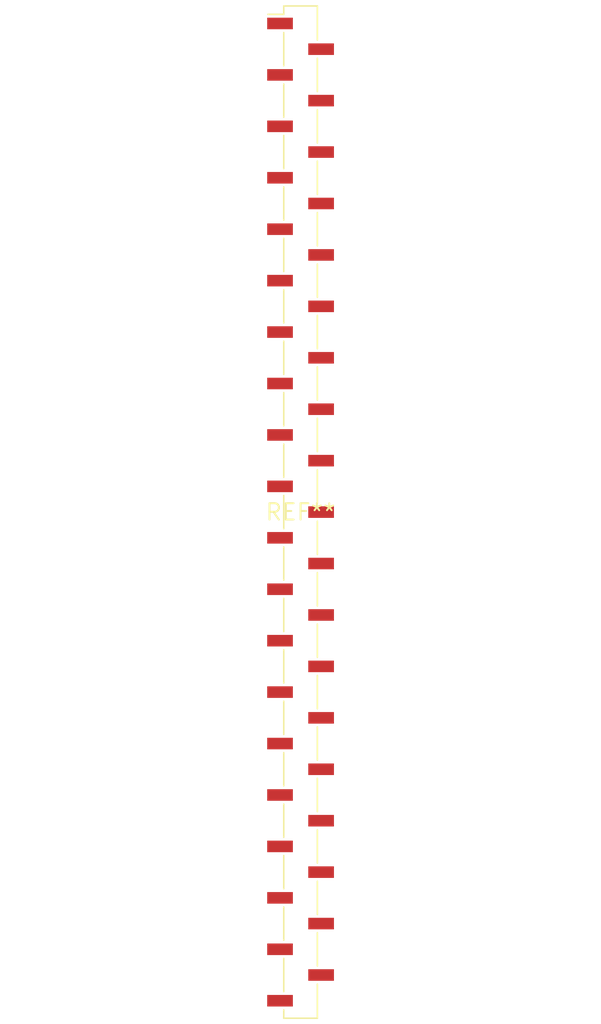
<source format=kicad_pcb>
(kicad_pcb (version 20240108) (generator pcbnew)
  (layers (0 "F.Cu" signal) (31 "B.Cu" signal) (34 "B.Paste" user) (35 "F.Paste" user) (36 "B.SilkS" user "B.Silkscreen") (37 "F.SilkS" user "F.Silkscreen") (38 "B.Mask" user) (39 "F.Mask" user) (44 "Edge.Cuts" user))
  (net 0 "")
  (footprint "PinSocket_1x39_P2.00mm_Vertical_SMD_Pin1Left" (layer "F.Cu") (at 0 0)
    (property "Reference" "REF**")
    (property "Value" "PinSocket_1x39_P2.00mm_Vertical_SMD_Pin1Left")
    (fp_line (start -2.54 -38.71) (end -1.31 -38.71) (layer "F.SilkS") (stroke (width 0.12)))
    (fp_line (start -1.31 -39.36) (end -1.31 -38.71) (layer "F.SilkS") (stroke (width 0.12)))
    (fp_line (start -1.31 -39.36) (end 1.31 -39.36) (layer "F.SilkS") (stroke (width 0.12)))
    (fp_line (start -1.31 -37.29) (end -1.31 -34.71) (layer "F.SilkS") (stroke (width 0.12)))
    (fp_line (start -1.31 -33.29) (end -1.31 -30.71) (layer "F.SilkS") (stroke (width 0.12)))
    (fp_line (start -1.31 -29.29) (end -1.31 -26.71) (layer "F.SilkS") (stroke (width 0.12)))
    (fp_line (start -1.31 -25.29) (end -1.31 -22.71) (layer "F.SilkS") (stroke (width 0.12)))
    (fp_line (start -1.31 -21.29) (end -1.31 -18.71) (layer "F.SilkS") (stroke (width 0.12)))
    (fp_line (start -1.31 -17.29) (end -1.31 -14.71) (layer "F.SilkS") (stroke (width 0.12)))
    (fp_line (start -1.31 -13.29) (end -1.31 -10.71) (layer "F.SilkS") (stroke (width 0.12)))
    (fp_line (start -1.31 -9.29) (end -1.31 -6.71) (layer "F.SilkS") (stroke (width 0.12)))
    (fp_line (start -1.31 -5.29) (end -1.31 -2.71) (layer "F.SilkS") (stroke (width 0.12)))
    (fp_line (start -1.31 -1.29) (end -1.31 1.29) (layer "F.SilkS") (stroke (width 0.12)))
    (fp_line (start -1.31 2.71) (end -1.31 5.29) (layer "F.SilkS") (stroke (width 0.12)))
    (fp_line (start -1.31 6.71) (end -1.31 9.29) (layer "F.SilkS") (stroke (width 0.12)))
    (fp_line (start -1.31 10.71) (end -1.31 13.29) (layer "F.SilkS") (stroke (width 0.12)))
    (fp_line (start -1.31 14.71) (end -1.31 17.29) (layer "F.SilkS") (stroke (width 0.12)))
    (fp_line (start -1.31 18.71) (end -1.31 21.29) (layer "F.SilkS") (stroke (width 0.12)))
    (fp_line (start -1.31 22.71) (end -1.31 25.29) (layer "F.SilkS") (stroke (width 0.12)))
    (fp_line (start -1.31 26.71) (end -1.31 29.29) (layer "F.SilkS") (stroke (width 0.12)))
    (fp_line (start -1.31 30.71) (end -1.31 33.29) (layer "F.SilkS") (stroke (width 0.12)))
    (fp_line (start -1.31 34.71) (end -1.31 37.29) (layer "F.SilkS") (stroke (width 0.12)))
    (fp_line (start -1.31 38.71) (end -1.31 39.36) (layer "F.SilkS") (stroke (width 0.12)))
    (fp_line (start -1.31 39.36) (end 1.31 39.36) (layer "F.SilkS") (stroke (width 0.12)))
    (fp_line (start 1.31 -39.36) (end 1.31 -36.71) (layer "F.SilkS") (stroke (width 0.12)))
    (fp_line (start 1.31 -35.29) (end 1.31 -32.71) (layer "F.SilkS") (stroke (width 0.12)))
    (fp_line (start 1.31 -31.29) (end 1.31 -28.71) (layer "F.SilkS") (stroke (width 0.12)))
    (fp_line (start 1.31 -27.29) (end 1.31 -24.71) (layer "F.SilkS") (stroke (width 0.12)))
    (fp_line (start 1.31 -23.29) (end 1.31 -20.71) (layer "F.SilkS") (stroke (width 0.12)))
    (fp_line (start 1.31 -19.29) (end 1.31 -16.71) (layer "F.SilkS") (stroke (width 0.12)))
    (fp_line (start 1.31 -15.29) (end 1.31 -12.71) (layer "F.SilkS") (stroke (width 0.12)))
    (fp_line (start 1.31 -11.29) (end 1.31 -8.71) (layer "F.SilkS") (stroke (width 0.12)))
    (fp_line (start 1.31 -7.29) (end 1.31 -4.71) (layer "F.SilkS") (stroke (width 0.12)))
    (fp_line (start 1.31 -3.29) (end 1.31 -0.71) (layer "F.SilkS") (stroke (width 0.12)))
    (fp_line (start 1.31 0.71) (end 1.31 3.29) (layer "F.SilkS") (stroke (width 0.12)))
    (fp_line (start 1.31 4.71) (end 1.31 7.29) (layer "F.SilkS") (stroke (width 0.12)))
    (fp_line (start 1.31 8.71) (end 1.31 11.29) (layer "F.SilkS") (stroke (width 0.12)))
    (fp_line (start 1.31 12.71) (end 1.31 15.29) (layer "F.SilkS") (stroke (width 0.12)))
    (fp_line (start 1.31 16.71) (end 1.31 19.29) (layer "F.SilkS") (stroke (width 0.12)))
    (fp_line (start 1.31 20.71) (end 1.31 23.29) (layer "F.SilkS") (stroke (width 0.12)))
    (fp_line (start 1.31 24.71) (end 1.31 27.29) (layer "F.SilkS") (stroke (width 0.12)))
    (fp_line (start 1.31 28.71) (end 1.31 31.29) (layer "F.SilkS") (stroke (width 0.12)))
    (fp_line (start 1.31 32.71) (end 1.31 35.29) (layer "F.SilkS") (stroke (width 0.12)))
    (fp_line (start 1.31 36.71) (end 1.31 39.36) (layer "F.SilkS") (stroke (width 0.12)))
    (pad "1" smd rect (at -1.6 -38) (size 2 0.9) (layers "F.Cu" "F.Paste" "F.Mask"))
    (pad "2" smd rect (at 1.6 -36) (size 2 0.9) (layers "F.Cu" "F.Paste" "F.Mask"))
    (pad "3" smd rect (at -1.6 -34) (size 2 0.9) (layers "F.Cu" "F.Paste" "F.Mask"))
    (pad "4" smd rect (at 1.6 -32) (size 2 0.9) (layers "F.Cu" "F.Paste" "F.Mask"))
    (pad "5" smd rect (at -1.6 -30) (size 2 0.9) (layers "F.Cu" "F.Paste" "F.Mask"))
    (pad "6" smd rect (at 1.6 -28) (size 2 0.9) (layers "F.Cu" "F.Paste" "F.Mask"))
    (pad "7" smd rect (at -1.6 -26) (size 2 0.9) (layers "F.Cu" "F.Paste" "F.Mask"))
    (pad "8" smd rect (at 1.6 -24) (size 2 0.9) (layers "F.Cu" "F.Paste" "F.Mask"))
    (pad "9" smd rect (at -1.6 -22) (size 2 0.9) (layers "F.Cu" "F.Paste" "F.Mask"))
    (pad "10" smd rect (at 1.6 -20) (size 2 0.9) (layers "F.Cu" "F.Paste" "F.Mask"))
    (pad "11" smd rect (at -1.6 -18) (size 2 0.9) (layers "F.Cu" "F.Paste" "F.Mask"))
    (pad "12" smd rect (at 1.6 -16) (size 2 0.9) (layers "F.Cu" "F.Paste" "F.Mask"))
    (pad "13" smd rect (at -1.6 -14) (size 2 0.9) (layers "F.Cu" "F.Paste" "F.Mask"))
    (pad "14" smd rect (at 1.6 -12) (size 2 0.9) (layers "F.Cu" "F.Paste" "F.Mask"))
    (pad "15" smd rect (at -1.6 -10) (size 2 0.9) (layers "F.Cu" "F.Paste" "F.Mask"))
    (pad "16" smd rect (at 1.6 -8) (size 2 0.9) (layers "F.Cu" "F.Paste" "F.Mask"))
    (pad "17" smd rect (at -1.6 -6) (size 2 0.9) (layers "F.Cu" "F.Paste" "F.Mask"))
    (pad "18" smd rect (at 1.6 -4) (size 2 0.9) (layers "F.Cu" "F.Paste" "F.Mask"))
    (pad "19" smd rect (at -1.6 -2) (size 2 0.9) (layers "F.Cu" "F.Paste" "F.Mask"))
    (pad "20" smd rect (at 1.6 0) (size 2 0.9) (layers "F.Cu" "F.Paste" "F.Mask"))
    (pad "21" smd rect (at -1.6 2) (size 2 0.9) (layers "F.Cu" "F.Paste" "F.Mask"))
    (pad "22" smd rect (at 1.6 4) (size 2 0.9) (layers "F.Cu" "F.Paste" "F.Mask"))
    (pad "23" smd rect (at -1.6 6) (size 2 0.9) (layers "F.Cu" "F.Paste" "F.Mask"))
    (pad "24" smd rect (at 1.6 8) (size 2 0.9) (layers "F.Cu" "F.Paste" "F.Mask"))
    (pad "25" smd rect (at -1.6 10) (size 2 0.9) (layers "F.Cu" "F.Paste" "F.Mask"))
    (pad "26" smd rect (at 1.6 12) (size 2 0.9) (layers "F.Cu" "F.Paste" "F.Mask"))
    (pad "27" smd rect (at -1.6 14) (size 2 0.9) (layers "F.Cu" "F.Paste" "F.Mask"))
    (pad "28" smd rect (at 1.6 16) (size 2 0.9) (layers "F.Cu" "F.Paste" "F.Mask"))
    (pad "29" smd rect (at -1.6 18) (size 2 0.9) (layers "F.Cu" "F.Paste" "F.Mask"))
    (pad "30" smd rect (at 1.6 20) (size 2 0.9) (layers "F.Cu" "F.Paste" "F.Mask"))
    (pad "31" smd rect (at -1.6 22) (size 2 0.9) (layers "F.Cu" "F.Paste" "F.Mask"))
    (pad "32" smd rect (at 1.6 24) (size 2 0.9) (layers "F.Cu" "F.Paste" "F.Mask"))
    (pad "33" smd rect (at -1.6 26) (size 2 0.9) (layers "F.Cu" "F.Paste" "F.Mask"))
    (pad "34" smd rect (at 1.6 28) (size 2 0.9) (layers "F.Cu" "F.Paste" "F.Mask"))
    (pad "35" smd rect (at -1.6 30) (size 2 0.9) (layers "F.Cu" "F.Paste" "F.Mask"))
    (pad "36" smd rect (at 1.6 32) (size 2 0.9) (layers "F.Cu" "F.Paste" "F.Mask"))
    (pad "37" smd rect (at -1.6 34) (size 2 0.9) (layers "F.Cu" "F.Paste" "F.Mask"))
    (pad "38" smd rect (at 1.6 36) (size 2 0.9) (layers "F.Cu" "F.Paste" "F.Mask"))
    (pad "39" smd rect (at -1.6 38) (size 2 0.9) (layers "F.Cu" "F.Paste" "F.Mask"))
  )
)
</source>
